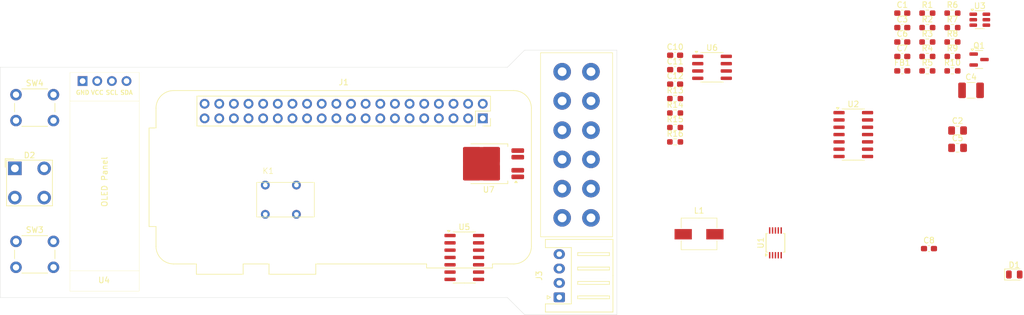
<source format=kicad_pcb>
(kicad_pcb (version 20240108) (generator "pcbnew") (generator_version "8.0")
  (layers (0 "F.Cu" signal) (31 "B.Cu" signal) (34 "B.Paste" user) (35 "F.Paste" user) (36 "B.SilkS" user "B.Silkscreen") (37 "F.SilkS" user "F.Silkscreen") (38 "B.Mask" user) (39 "F.Mask" user) (44 "Edge.Cuts" user))
  (net 0 "")
  (net 2 "Net-(J1-5V-Pad2)")
  (net 10 "Net-(J1-GND-Pad14)")
  (net 15 "Net-(J1-3V3-Pad1)")
  (net 38 "GND")
  (net 39 "+5V")
  (net 40 "+12V")
  (net 41 "Net-(U3-BST)")
  (net 42 "Net-(U3-SW)")
  (net 43 "GNDA")
  (net 44 "+5VA")
  (net 45 "Net-(D1-A)")
  (net 46 "Net-(D2-RK)")
  (net 47 "Net-(D2-GK)")
  (net 48 "Net-(D2-BK)")
  (net 49 "Net-(Q1-D)")
  (net 50 "+12L")
  (net 51 "Net-(Q1-G)")
  (net 52 "Net-(U2-BOUT)")
  (net 53 "Net-(U2-GOUT)")
  (net 54 "Net-(U2-ROUT)")
  (net 55 "Net-(U3-FB)")
  (net 56 "+3.3V")
  (net 57 "Net-(R7-Pad1)")
  (net 58 "Net-(R8-Pad1)")
  (net 59 "Net-(U1-SCL)")
  (net 60 "Net-(U1-SDA)")
  (net 61 "/ANA_MEAS_CURR")
  (net 62 "/ANA_MEAS_VOL")
  (net 73 "Net-(J3-Pin_3)")
  (net 74 "Net-(J3-Pin_4)")
  (net 75 "Net-(J3-Pin_2)")
  (net 80 "Net-(U6B-+)")
  (net 81 "Net-(U6A-+)")
  (net 82 "Net-(R13-Pad2)")
  (net 84 "Net-(J4-Pin_4)")
  (net 88 "Net-(U7-OUT-Pad1)")
  (footprint "Connector_JST:JST_XH_S4B-XH-A_1x04_P2.50mm_Horizontal" (layer "F.Cu") (at 176 89.96 90)
    (property "Reference" "J3" (at 3.75 -3.5 270) (layer "F.SilkS"))
    (property "Value" "Conn_01x04")
    (fp_line (start 10.06 -2.41) (end 8.64 -2.41) (stroke (width 0.12)) (layer "F.SilkS"))
    (fp_line (start 8.64 -2.41) (end 8.64 2.09) (stroke (width 0.12)) (layer "F.SilkS"))
    (fp_line (start -1.14 -2.41) (end -1.14 2.09) (stroke (width 0.12)) (layer "F.SilkS"))
    (fp_line (start -2.56 -2.41) (end -1.14 -2.41) (stroke (width 0.12)) (layer "F.SilkS"))
    (fp_line (start 0.3 -2.1) (end 0 -1.5) (stroke (width 0.12)) (layer "F.SilkS"))
    (fp_line (start -0.3 -2.1) (end 0.3 -2.1) (stroke (width 0.12)) (layer "F.SilkS"))
    (fp_line (start 0 -1.5) (end -0.3 -2.1) (stroke (width 0.12)) (layer "F.SilkS"))
    (fp_line (start 8.64 2.09) (end 3.75 2.09) (stroke (width 0.12)) (layer "F.SilkS"))
    (fp_line (start -1.14 2.09) (end 3.75 2.09) (stroke (width 0.12)) (layer "F.SilkS"))
    (fp_line (start 7.75 3.2) (end 7.25 3.2) (stroke (width 0.12)) (layer "F.SilkS"))
    (fp_line (start 7.25 3.2) (end 7.25 8.7) (stroke (width 0.12)) (layer "F.SilkS"))
    (fp_line (start 5.25 3.2) (end 4.75 3.2) (stroke (width 0.12)) (layer "F.SilkS"))
    (fp_line (start 4.75 3.2) (end 4.75 8.7) (stroke (width 0.12)) (layer "F.SilkS"))
    (fp_line (start 2.75 3.2) (end 2.25 3.2) (stroke (width 0.12)) (layer "F.SilkS"))
    (fp_line (start 2.25 3.2) (end 2.25 8.7) (stroke (width 0.12)) (layer "F.SilkS"))
    (fp_line (start 0.25 3.2) (end -0.25 3.2) (stroke (width 0.12)) (layer "F.SilkS"))
    (fp_line (start -0.25 3.2) (end -0.25 8.7) (stroke (width 0.12)) (layer "F.SilkS"))
    (fp_line (start 7.75 8.7) (end 7.75 3.2) (stroke (width 0.12)) (layer "F.SilkS"))
    (fp_line (start 7.25 8.7) (end 7.75 8.7) (stroke (width 0.12)) (layer "F.SilkS"))
    (fp_line (start 5.25 8.7) (end 5.25 3.2) (stroke (width 0.12)) (layer "F.SilkS"))
    (fp_line (start 4.75 8.7) (end 5.25 8.7) (stroke (width 0.12)) (layer "F.SilkS"))
    (fp_line (start 2.75 8.7) (end 2.75 3.2) (stroke (width 0.12)) (layer "F.SilkS"))
    (fp_line (start 2.25 8.7) (end 2.75 8.7) (stroke (width 0.12)) (layer "F.SilkS"))
    (fp_line (start 0.25 8.7) (end 0.25 3.2) (stroke (width 0.12)) (layer "F.SilkS"))
    (fp_line (start -0.25 8.7) (end 0.25 8.7) (stroke (width 0.12)) (layer "F.SilkS"))
    (fp_line (start 10.06 9.31) (end 10.06 -2.41) (stroke (width 0.12)) (layer "F.SilkS"))
    (fp_line (start 3.75 9.31) (end 10.06 9.31) (stroke (width 0.12)) (layer "F.SilkS"))
    (fp_line (start 3.75 9.31) (end -2.56 9.31) (stroke (width 0.12)) (layer "F.SilkS"))
    (fp_line (start -2.56 9.31) (end -2.56 -2.41) (stroke (width 0.12)) (layer "F.SilkS"))
    (pad "1" thru_hole roundrect (at 0 0 90) (size 1.7 1.95) (drill 0.95) (layers "*.Cu" "*.Mask") (roundrect_rratio 0.147059) (net 38 "GND"))
    (pad "2" thru_hole oval (at 2.5 0 90) (size 1.7 1.95) (drill 0.95) (layers "*.Cu" "*.Mask") (net 75 "Net-(J3-Pin_2)"))
    (pad "3" thru_hole oval (at 5 0 90) (size 1.7 1.95) (drill 0.95) (layers "*.Cu" "*.Mask") (net 73 "Net-(J3-Pin_3)"))
    (pad "4" thru_hole oval (at 7.5 0 90) (size 1.7 1.95) (drill 0.95) (layers "*.Cu" "*.Mask") (net 74 "Net-(J3-Pin_4)"))
  )
  (footprint "Resistor_SMD:R_0603_1608Metric_Pad0.98x0.95mm_HandSolder" (layer "F.Cu") (at 196.1 60.45)
    (property "Reference" "R15" (at 0 -1.43 0) (layer "F.SilkS"))
    (property "Value" "82k")
    (fp_line (start -0.254724 -0.5225) (end 0.254724 -0.5225) (stroke (width 0.12)) (layer "F.SilkS"))
    (fp_line (start -0.254724 0.5225) (end 0.254724 0.5225) (stroke (width 0.12)) (layer "F.SilkS"))
    (pad "1" smd roundrect (at -0.9125 0) (size 0.975 0.95) (layers "F.Cu" "F.Paste" "F.Mask") (net 50 "+12L"))
    (pad "2" smd roundrect (at 0.9125 0) (size 0.975 0.95) (layers "F.Cu" "F.Paste" "F.Mask") (net 82 "Net-(R13-Pad2)"))
  )
  (footprint "LED_SMD:LED_0805_2012Metric" (layer "F.Cu") (at 254.9375 86)
    (property "Reference" "D1" (at 0 -1.65 0) (layer "F.SilkS"))
    (property "Value" "LED")
    (fp_line (start -1.685 -0.96) (end -1.685 0.96) (stroke (width 0.12)) (layer "F.SilkS"))
    (fp_line (start -1.685 0.96) (end 1 0.96) (stroke (width 0.12)) (layer "F.SilkS"))
    (fp_line (start 1 -0.96) (end -1.685 -0.96) (stroke (width 0.12)) (layer "F.SilkS"))
    (pad "1" smd roundrect (at -0.9375 0) (size 0.975 1.4) (layers "F.Cu" "F.Paste" "F.Mask") (net 38 "GND"))
    (pad "2" smd roundrect (at 0.9375 0) (size 0.975 1.4) (layers "F.Cu" "F.Paste" "F.Mask") (net 45 "Net-(D1-A)"))
  )
  (footprint "Resistor_SMD:R_0603_1608Metric_Pad0.98x0.95mm_HandSolder" (layer "F.Cu") (at 196.1 55.43)
    (property "Reference" "R13" (at 0 -1.43 0) (layer "F.SilkS"))
    (property "Value" "1k5")
    (fp_line (start -0.254724 -0.5225) (end 0.254724 -0.5225) (stroke (width 0.12)) (layer "F.SilkS"))
    (fp_line (start -0.254724 0.5225) (end 0.254724 0.5225) (stroke (width 0.12)) (layer "F.SilkS"))
    (pad "1" smd roundrect (at -0.9125 0) (size 0.975 0.95) (layers "F.Cu" "F.Paste" "F.Mask") (net 80 "Net-(U6B-+)"))
    (pad "2" smd roundrect (at 0.9125 0) (size 0.975 0.95) (layers "F.Cu" "F.Paste" "F.Mask") (net 82 "Net-(R13-Pad2)"))
  )
  (footprint "Package_SO:TSSOP-10_3x3mm_P0.5mm" (layer "F.Cu") (at 213.5 80.5 90)
    (property "Reference" "U1" (at 0 -2.55 90) (layer "F.SilkS"))
    (property "Value" "ADS1015IDGS")
    (fp_line (start 1.625 -1.625) (end 1.625 -1.4) (stroke (width 0.15)) (layer "F.SilkS"))
    (fp_line (start -1.625 -1.625) (end 1.625 -1.625) (stroke (width 0.15)) (layer "F.SilkS"))
    (fp_line (start -1.625 -1.625) (end -1.625 -1.4) (stroke (width 0.15)) (layer "F.SilkS"))
    (fp_line (start 1.625 1.625) (end 1.625 1.4) (stroke (width 0.15)) (layer "F.SilkS"))
    (fp_line (start -1.625 1.625) (end -1.625 1.4) (stroke (width 0.15)) (layer "F.SilkS"))
    (fp_line (start -1.625 1.625) (end 1.625 1.625) (stroke (width 0.15)) (layer "F.SilkS"))
    (fp_poly (pts (xy -2.1 -1.4) (xy -2.34 -1.73) (xy -1.86 -1.73) (xy -2.1 -1.4)) (stroke (width 0.12)) (fill solid) (layer "F.SilkS"))
    (pad "1" smd rect (at -2.15 -1 90) (size 1.1 0.25) (layers "F.Cu" "F.Paste" "F.Mask") (net 43 "GNDA"))
    (pad "2" smd rect (at -2.15 -0.5 90) (size 1.1 0.25) (layers "F.Cu" "F.Paste" "F.Mask"))
    (pad "3" smd rect (at -2.15 0 90) (size 1.1 0.25) (layers "F.Cu" "F.Paste" "F.Mask") (net 43 "GNDA"))
    (pad "4" smd rect (at -2.15 0.5 90) (size 1.1 0.25) (layers "F.Cu" "F.Paste" "F.Mask") (net 61 "/ANA_MEAS_CURR"))
    (pad "5" smd rect (at -2.15 1 90) (size 1.1 0.25) (layers "F.Cu" "F.Paste" "F.Mask") (net 62 "/ANA_MEAS_VOL"))
    (pad "6" smd rect (at 2.15 1 90) (size 1.1 0.25) (layers "F.Cu" "F.Paste" "F.Mask"))
    (pad "7" smd rect (at 2.15 0.5 90) (size 1.1 0.25) (layers "F.Cu" "F.Paste" "F.Mask"))
    (pad "8" smd rect (at 2.15 0 90) (size 1.1 0.25) (layers "F.Cu" "F.Paste" "F.Mask") (net 44 "+5VA"))
    (pad "9" smd rect (at 2.15 -0.5 90) (size 1.1 0.25) (layers "F.Cu" "F.Paste" "F.Mask") (net 60 "Net-(U1-SDA)"))
    (pad "10" smd rect (at 2.15 -1 90) (size 1.1 0.25) (layers "F.Cu" "F.Paste" "F.Mask") (net 59 "Net-(U1-SCL)"))
  )
  (footprint "Package_TO_SOT_SMD:TSOT-23-6" (layer "F.Cu") (at 248.9575 41.725)
    (property "Reference" "U3" (at 0 -2.4 0) (layer "F.SilkS"))
    (property "Value" "AP62150WU")
    (fp_line (start 0 -1.56) (end -0.8 -1.56) (stroke (width 0.12)) (layer "F.SilkS"))
    (fp_line (start 0 -1.56) (end 0.8 -1.56) (stroke (width 0.12)) (layer "F.SilkS"))
    (fp_line (start 0 1.56) (end -0.8 1.56) (stroke (width 0.12)) (layer "F.SilkS"))
    (fp_line (start 0 1.56) (end 0.8 1.56) (stroke (width 0.12)) (layer "F.SilkS"))
    (fp_poly (pts (xy -1.3 -1.51) (xy -1.54 -1.84) (xy -1.06 -1.84) (xy -1.3 -1.51)) (stroke (width 0.12)) (fill solid) (layer "F.SilkS"))
    (pad "1" smd roundrect (at -1.1375 -0.95) (size 1.325 0.6) (layers "F.Cu" "F.Paste" "F.Mask") (net 38 "GND"))
    (pad "2" smd roundrect (at -1.1375 0) (size 1.325 0.6) (layers "F.Cu" "F.Paste" "F.Mask") (net 42 "Net-(U3-SW)"))
    (pad "3" smd roundrect (at -1.1375 0.95) (size 1.325 0.6) (layers "F.Cu" "F.Paste" "F.Mask") (net 40 "+12V"))
    (pad "4" smd roundrect (at 1.1375 0.95) (size 1.325 0.6) (layers "F.Cu" "F.Paste" "F.Mask") (net 55 "Net-(U3-FB)"))
    (pad "5" smd roundrect (at 1.1375 0) (size 1.325 0.6) (layers "F.Cu" "F.Paste" "F.Mask"))
    (pad "6" smd roundrect (at 1.1375 -0.95) (size 1.325 0.6) (layers "F.Cu" "F.Paste" "F.Mask") (net 41 "Net-(U3-BST)"))
  )
  (footprint "Capacitor_SMD:C_0603_1608Metric_Pad1.08x0.95mm_HandSolder" (layer "F.Cu") (at 196.1 52.92)
    (property "Reference" "C12" (at 0 -1.43 0) (layer "F.SilkS"))
    (property "Value" "100nF")
    (fp_line (start -0.146267 -0.51) (end 0.146267 -0.51) (stroke (width 0.12)) (layer "F.SilkS"))
    (fp_line (start -0.146267 0.51) (end 0.146267 0.51) (stroke (width 0.12)) (layer "F.SilkS"))
    (pad "1" smd roundrect (at -0.8625 0) (size 1.075 0.95) (layers "F.Cu" "F.Paste" "F.Mask") (net 43 "GNDA"))
    (pad "2" smd roundrect (at 0.8625 0) (size 1.075 0.95) (layers "F.Cu" "F.Paste" "F.Mask") (net 44 "+5VA"))
  )
  (footprint "Capacitor_SMD:C_0603_1608Metric_Pad1.08x0.95mm_HandSolder" (layer "F.Cu") (at 235.5075 40.58)
    (property "Reference" "C1" (at 0 -1.43 0) (layer "F.SilkS"))
    (property "Value" "100nF")
    (fp_line (start -0.146267 -0.51) (end 0.146267 -0.51) (stroke (width 0.12)) (layer "F.SilkS"))
    (fp_line (start -0.146267 0.51) (end 0.146267 0.51) (stroke (width 0.12)) (layer "F.SilkS"))
    (pad "1" smd roundrect (at -0.8625 0) (size 1.075 0.95) (layers "F.Cu" "F.Paste" "F.Mask") (net 38 "GND"))
    (pad "2" smd roundrect (at 0.8625 0) (size 1.075 0.95) (layers "F.Cu" "F.Paste" "F.Mask") (net 39 "+5V"))
  )
  (footprint "Capacitor_SMD:C_0603_1608Metric_Pad1.08x0.95mm_HandSolder" (layer "F.Cu") (at 196.1 47.9)
    (property "Reference" "C10" (at 0 -1.43 0) (layer "F.SilkS"))
    (property "Value" "100nF")
    (fp_line (start -0.146267 -0.51) (end 0.146267 -0.51) (stroke (width 0.12)) (layer "F.SilkS"))
    (fp_line (start -0.146267 0.51) (end 0.146267 0.51) (stroke (width 0.12)) (layer "F.SilkS"))
    (pad "1" smd roundrect (at -0.8625 0) (size 1.075 0.95) (layers "F.Cu" "F.Paste" "F.Mask") (net 43 "GNDA"))
    (pad "2" smd roundrect (at 0.8625 0) (size 1.075 0.95) (layers "F.Cu" "F.Paste" "F.Mask") (net 80 "Net-(U6B-+)"))
  )
  (footprint "Package_TO_SOT_SMD:SOT-23" (layer "F.Cu") (at 248.8275 48.645)
    (property "Reference" "Q1" (at 0 -2.4 0) (layer "F.SilkS"))
    (property "Value" "DMN61D8LQ")
    (fp_line (start 0 -1.56) (end -0.65 -1.56) (stroke (width 0.12)) (layer "F.SilkS"))
    (fp_line (start 0 -1.56) (end 0.65 -1.56) (stroke (width 0.12)) (layer "F.SilkS"))
    (fp_line (start 0 1.56) (end -0.65 1.56) (stroke (width 0.12)) (layer "F.SilkS"))
    (fp_line (start 0 1.56) (end 0.65 1.56) (stroke (width 0.12)) (layer "F.SilkS"))
    (fp_poly (pts (xy -1.1625 -1.51) (xy -1.4025 -1.84) (xy -0.9225 -1.84) (xy -1.1625 -1.51)) (stroke (width 0.12)) (fill solid) (layer "F.SilkS"))
    (pad "1" smd roundrect (at -0.9375 -0.95) (size 1.475 0.6) (layers "F.Cu" "F.Paste" "F.Mask") (net 51 "Net-(Q1-G)"))
    (pad "2" smd roundrect (at -0.9375 0.95) (size 1.475 0.6) (layers "F.Cu" "F.Paste" "F.Mask") (net 38 "GND"))
    (pad "3" smd roundrect (at 0.9375 0) (size 1.475 0.6) (layers "F.Cu" "F.Paste" "F.Mask") (net 49 "Net-(Q1-D)"))
  )
  (footprint "athanniss-terminal:Terminal_Block_SERIES 4115_5.08_Spring_6POS" (layer "F.Cu") (at 179 63.46 180)
    (property "Reference" "J2" (hide yes))
    (property "Value" "Screw_Terminal_01x06")
    (fp_rect (start -6.25 -15.99) (end 6.25 15.99) (stroke (width 0.1)) (fill none) (layer "F.SilkS"))
    (pad "1" thru_hole circle (at -2.5 12.7 180) (size 3.048 3.048) (drill 1.524) (layers "*.Cu" "*.Mask"))
    (pad "1" thru_hole circle (at 2.5 12.7 180) (size 3.048 3.048) (drill 1.524) (layers "*.Cu" "*.Mask"))
    (pad "2" thru_hole circle (at -2.5 7.62 180) (size 3.048 3.048) (drill 1.524) (layers "*.Cu" "*.Mask"))
    (pad "2" thru_hole circle (at 2.5 7.62 180) (size 3.048 3.048) (drill 1.524) (layers "*.Cu" "*.Mask"))
    (pad "3" thru_hole circle (at -2.5 2.54 180) (size 3.048 3.048) (drill 1.524) (layers "*.Cu" "*.Mask"))
    (pad "3" thru_hole circle (at 2.5 2.54 180) (size 3.048 3.048) (drill 1.524) (layers "*.Cu" "*.Mask"))
    (pad "4" thru_hole circle (at -2.5 -2.54 180) (size 3.048 3.048) (drill 1.524) (layers "*.Cu" "*.Mask"))
    (pad "4" thru_hole circle (at 2.5 -2.54 180) (size 3.048 3.048) (drill 1.524) (layers "*.Cu" "*.Mask"))
    (pad "5" thru_hole circle (at -2.5 -7.62 180) (size 3.048 3.048) (drill 1.524) (layers "*.Cu" "*.Mask"))
    (pad "5" thru_hole circle (at 2.5 -7.62 180) (size 3.048 3.048) (drill 1.524) (layers "*.Cu" "*.Mask"))
    (pad "6" thru_hole circle (at -2.5 -12.7 180) (size 3.048 3.048) (drill 1.524) (layers "*.Cu" "*.Mask"))
    (pad "6" thru_hole circle (at 2.5 -12.7 180) (size 3.048 3.048) (drill 1.524) (layers "*.Cu" "*.Mask"))
  )
  (footprint "Resistor_SMD:R_0603_1608Metric_Pad0.98x0.95mm_HandSolder" (layer "F.Cu") (at 244.2075 50.62)
    (property "Reference" "R10" (at 0 -1.43 0) (layer "F.SilkS"))
    (property "Value" "4k7")
    (fp_line (start -0.254724 -0.5225) (end 0.254724 -0.5225) (stroke (width 0.12)) (layer "F.SilkS"))
    (fp_line (start -0.254724 0.5225) (end 0.254724 0.5225) (stroke (width 0.12)) (layer "F.SilkS"))
    (pad "1" smd roundrect (at -0.9125 0) (size 0.975 0.95) (layers "F.Cu" "F.Paste" "F.Mask") (net 56 "+3.3V"))
    (pad "2" smd roundrect (at 0.9125 0) (size 0.975 0.95) (layers "F.Cu" "F.Paste" "F.Mask") (net 60 "Net-(U1-SDA)"))
  )
  (footprint "Resistor_SMD:R_0603_1608Metric_Pad0.98x0.95mm_HandSolder" (layer "F.Cu") (at 196.1 62.96)
    (property "Reference" "R16" (at 0 -1.43 0) (layer "F.SilkS"))
    (property "Value" "33k")
    (fp_line (start -0.254724 -0.5225) (end 0.254724 -0.5225) (stroke (width 0.12)) (layer "F.SilkS"))
    (fp_line (start -0.254724 0.5225) (end 0.254724 0.5225) (stroke (width 0.12)) (layer "F.SilkS"))
    (pad "1" smd roundrect (at -0.9125 0) (size 0.975 0.95) (layers "F.Cu" "F.Paste" "F.Mask") (net 82 "Net-(R13-Pad2)"))
    (pad "2" smd roundrect (at 0.9125 0) (size 0.975 0.95) (layers "F.Cu" "F.Paste" "F.Mask") (net 84 "Net-(J4-Pin_4)"))
  )
  (footprint "Resistor_SMD:R_0603_1608Metric_Pad0.98x0.95mm_HandSolder" (layer "F.Cu") (at 244.2075 40.58)
    (property "Reference" "R6" (at 0 -1.43 0) (layer "F.SilkS"))
    (property "Value" "220R")
    (fp_line (start -0.254724 -0.5225) (end 0.254724 -0.5225) (stroke (width 0.12)) (layer "F.SilkS"))
    (fp_line (start -0.254724 0.5225) (end 0.254724 0.5225) (stroke (width 0.12)) (layer "F.SilkS"))
    (pad "1" smd roundrect (at -0.9125 0) (size 0.975 0.95) (layers "F.Cu" "F.Paste" "F.Mask") (net 45 "Net-(D1-A)"))
    (pad "2" smd roundrect (at 0.9125 0) (size 0.975 0.95) (layers "F.Cu" "F.Paste" "F.Mask") (net 51 "Net-(Q1-G)"))
  )
  (footprint "Package_SO:SO-14_3.9x8.65mm_P1.27mm" (layer "F.Cu") (at 227.0075 61.685)
    (property "Reference" "U2" (at 0 -5.28 0) (layer "F.SilkS"))
    (property "Value" "WS2801SO")
    (fp_line (start 0 -4.435) (end -1.95 -4.435) (stroke (width 0.12)) (layer "F.SilkS"))
    (fp_line (start 0 -4.435) (end 1.95 -4.435) (stroke (width 0.12)) (layer "F.SilkS"))
    (fp_line (start 0 4.435) (end -1.95 4.435) (stroke (width 0.12)) (layer "F.SilkS"))
    (fp_line (start 0 4.435) (end 1.95 4.435) (stroke (width 0.12)) (layer "F.SilkS"))
    (fp_poly (pts (xy -2.7 -4.37) (xy -2.94 -4.7) (xy -2.46 -4.7) (xy -2.7 -4.37)) (stroke (width 0.12)) (fill solid) (layer "F.SilkS"))
    (pad "1" smd roundrect (at -2.475 -3.81) (size 1.95 0.6) (layers "F.Cu" "F.Paste" "F.Mask"))
    (pad "2" smd roundrect (at -2.475 -2.54) (size 1.95 0.6) (layers "F.Cu" "F.Paste" "F.Mask"))
    (pad "3" smd roundrect (at -2.475 -1.27) (size 1.95 0.6) (layers "F.Cu" "F.Paste" "F.Mask"))
    (pad "4" smd roundrect (at -2.475 0) (size 1.95 0.6) (layers "F.Cu" "F.Paste" "F.Mask") (net 38 "GND"))
    (pad "5" smd roundrect (at -2.475 1.27) (size 1.95 0.6) (layers "F.Cu" "F.Paste" "F.Mask") (net 38 "GND"))
    (pad "6" smd roundrect (at -2.475 2.54) (size 1.95 0.6) (layers "F.Cu" "F.Paste" "F.Mask") (net 38 "GND"))
    (pad "7" smd roundrect (at -2.475 3.81) (size 1.95 0.6) (layers "F.Cu" "F.Paste" "F.Mask") (net 38 "GND"))
    (pad "8" smd roundrect (at 2.475 3.81) (size 1.95 0.6) (layers "F.Cu" "F.Paste" "F.Mask") (net 52 "Net-(U2-BOUT)"))
    (pad "9" smd roundrect (at 2.475 2.54) (size 1.95 0.6) (layers "F.Cu" "F.Paste" "F.Mask") (net 53 "Net-(U2-GOUT)"))
    (pad "10" smd roundrect (at 2.475 1.27) (size 1.95 0.6) (layers "F.Cu" "F.Paste" "F.Mask") (net 54 "Net-(U2-ROUT)"))
    (pad "11" smd roundrect (at 2.475 0) (size 1.95 0.6) (layers "F.Cu" "F.Paste" "F.Mask"))
    (pad "12" smd roundrect (at 2.475 -1.27) (size 1.95 0.6) (layers "F.Cu" "F.Paste" "F.Mask"))
    (pad "13" smd roundrect (at 2.475 -2.54) (size 1.95 0.6) (layers "F.Cu" "F.Paste" "F.Mask"))
    (pad "14" smd roundrect (at 2.475 -3.81) (size 1.95 0.6) (layers "F.Cu" "F.Paste" "F.Mask") (net 39 "+5V"))
  )
  (footprint "Inductor_SMD:L_0603_1608Metric_Pad1.05x0.95mm_HandSolder" (layer "F.Cu") (at 235.5075 50.62)
    (property "Reference" "FB1" (at 0 -1.43 0) (layer "F.SilkS"))
    (property "Value" "MMZ1608B121CTAH0")
    (fp_line (start -0.171267 -0.51) (end 0.171267 -0.51) (stroke (width 0.12)) (layer "F.SilkS"))
    (fp_line (start -0.171267 0.51) (end 0.171267 0.51) (stroke (width 0.12)) (layer "F.SilkS"))
    (pad "1" smd roundrect (at -0.875 0) (size 1.05 0.95) (layers "F.Cu" "F.Paste" "F.Mask") (net 39 "+5V"))
    (pad "2" smd roundrect (at 0.875 0) (size 1.05 0.95) (layers "F.Cu" "F.Paste" "F.Mask") (net 44 "+5VA"))
  )
  (footprint "Resistor_SMD:R_0603_1608Metric_Pad0.98x0.95mm_HandSolder" (layer "F.Cu") (at 244.2075 43.09)
    (property "Reference" "R7" (at 0 -1.43 0) (layer "F.SilkS"))
    (property "Value" "10k")
    (fp_line (start -0.254724 -0.5225) (end 0.254724 -0.5225) (stroke (width 0.12)) (layer "F.SilkS"))
    (fp_line (start -0.254724 0.5225) (end 0.254724 0.5225) (stroke (width 0.12)) (layer "F.SilkS"))
    (pad "1" smd roundrect (at -0.9125 0) (size 0.975 0.95) (layers "F.Cu" "F.Paste" "F.Mask") (net 57 "Net-(R7-Pad1)"))
    (pad "2" smd roundrect (at 0.9125 0) (size 0.975 0.95) (layers "F.Cu" "F.Paste" "F.Mask") (net 56 "+3.3V"))
  )
  (footprint "athanniss-lcd:SSD1306-0.91-OLED-4pin-128x32" (layer "F.Cu") (at 91.115 88.885 90)
    (property "Reference" "U4" (at 1.9 5.91 360) (layer "F.SilkS"))
    (property "Value" "~")
    (fp_line (start 38 0) (end 0 0) (stroke (width 0.04)) (layer "F.SilkS"))
    (fp_line (start 33 0) (end 33 12) (stroke (width 0.04)) (layer "F.SilkS"))
    (fp_line (start 3.5 0) (end 3.5 12) (stroke (width 0.04)) (layer "F.SilkS"))
    (fp_line (start 0 0) (end 0 12) (stroke (width 0.04)) (layer "F.SilkS"))
    (fp_line (start 38 12) (end 38 0) (stroke (width 0.04)) (layer "F.SilkS"))
    (fp_line (start 0 12) (end 38 12) (stroke (width 0.04)) (layer "F.SilkS"))
    (fp_text user "VCC" (at 34.5 4.73 0) (layer "F.SilkS") (effects (font (size 0.75 0.75))))
    (fp_text user "GND" (at 34.5 2.19 0) (layer "F.SilkS") (effects (font (size 0.75 0.75))))
    (fp_text user "SCL" (at 34.5 7.27 0) (layer "F.SilkS") (effects (font (size 0.75 0.75))))
    (fp_text user "OLED Panel" (at 19 6 270) (layer "F.SilkS"))
    (fp_text user "SDA" (at 34.5 9.81 0) (layer "F.SilkS") (effects (font (size 0.75 0.75))))
    (pad "1" thru_hole rect (at 36.5 2.19 90) (size 1.7 1.7) (drill 1) (layers "*.Cu" "*.Mask") (net 38 "GND"))
    (pad "2" thru_hole oval (at 36.5 4.73 90) (size 1.7 1.7) (drill 1) (layers "*.Cu" "*.Mask") (net 56 "+3.3V"))
    (pad "3" thru_hole oval (at 36.5 7.27 90) (size 1.7 1.7) (drill 1) (layers "*.Cu" "*.Mask") (net 59 "Net-(U1-SCL)"))
    (pad "4" thru_hole oval (at 36.5 9.81 90) (size 1.7 1.7) (drill 1) (layers "*.Cu" "*.Mask") (net 60 "Net-(U1-SDA)"))
  )
  (footprint "Package_TO_SOT_SMD:TO-252-4" (layer "F.Cu") (at 163.76 66.75 180)
    (property "Reference" "U7" (at 0 -4.5 180) (layer "F.SilkS"))
    (property "Value" "BTS6143D")
    (fp_line (start 3.11 3.45) (end -3.31 3.45) (stroke (width 0.12)) (layer "F.SilkS"))
    (fp_line (start 3.11 -3.45) (end -3.31 -3.45) (stroke (width 0.12)) (layer "F.SilkS"))
    (fp_line (start -3.31 3.45) (end -3.31 2.98) (stroke (width 0.12)) (layer "F.SilkS"))
    (fp_line (start -3.31 -3.45) (end -3.31 -2.98) (stroke (width 0.12)) (layer "F.SilkS"))
    (fp_poly (pts (xy -4.73 -2.96) (xy -4.97 -3.29) (xy -4.49 -3.29) (xy -4.73 -2.96)) (stroke (width 0.12)) (fill solid) (layer "F.SilkS"))
    (pad "1" smd roundrect (at -5.04 -2.28 180) (size 2.2 0.8) (layers "F.Cu" "F.Paste" "F.Mask") (net 88 "Net-(U7-OUT-Pad1)"))
    (pad "2" smd roundrect (at -5.04 -1.14 180) (size 2.2 0.8) (layers "F.Cu" "F.Paste" "F.Mask"))
    (pad "3" smd roundrect (at -0.415 -1.525 180) (size 3.05 2.75) (layers "F.Cu" "F.Paste") (roundrect_rratio 0.090909))
    (pad "3" smd roundrect (at -0.415 1.525 180) (size 3.05 2.75) (layers "F.Cu" "F.Paste") (roundrect_rratio 0.090909))
    (pad "3" smd roundrect (at 1.26 0 180) (size 6.4 5.8) (layers "F.Cu" "F.Mask") (roundrect_rratio 0.043103))
    (pad "3" smd roundrect (at 2.935 -1.525 180) (size 3.05 2.75) (layers "F.Cu" "F.Paste") (roundrect_rratio 0.090909))
    (pad "3" smd roundrect (at 2.935 1.525 180) (size 3.05 2.75) (layers "F.Cu" "F.Paste") (roundrect_rratio 0.090909))
    (pad "4" smd roundrect (at -5.04 1.14 180) (size 2.2 0.8) (layers "F.Cu" "F.Paste" "F.Mask"))
    (pad "5" smd roundrect (at -5.04 2.28 180) (size 2.2 0.8) (layers "F.Cu" "F.Paste" "F.Mask") (net 88 "Net-(U7-OUT-Pad1)"))
  )
  (footprint "Resistor_SMD:R_0603_1608Metric_Pad0.98x0.95mm_HandSolder" (layer "F.Cu") (at 196.1 57.94)
    (property "Reference" "R14" (at 0 -1.43 0) (layer "F.SilkS"))
    (property "Value" "1k5")
    (fp_line (start -0.254724 -0.5225) (end 0.254724 -0.5225) (stroke (width 0.12)) (layer "F.SilkS"))
    (fp_line (start -0.254724 0.5225) (end 0.254724 0.5225) (stroke (width 0.12)) (layer "F.SilkS"))
    (pad "1" smd roundrect (at -0.9125 0) (size 0.975 0.95) (layers "F.Cu" "F.Paste" "F.Mask") (net 81 "Net-(U6A-+)"))
    (pad "2" smd roundrect (at 0.9125 0) (size 0.975 0.95) (layers "F.Cu" "F.Paste" "F.Mask"))
  )
  (footprint "Button_Switch_THT:SW_PUSH_6mm_H8mm" (layer "F.Cu") (at 81.75 80.25)
    (property "Reference" "SW3" (at 3.25 -2 0) (layer "F.SilkS"))
    (property "Value" "SW_Push")
    (fp_line (start -0.25 1.5) (end -0.25 3) (stroke (width 0.12)) (layer "F.SilkS"))
    (fp_line (start 1 5.5) (end 5.5 5.5) (stroke (width 0.12)) (layer "F.SilkS"))
    (fp_line (start 5.5 -1) (end 1 -1) (stroke (width 0.12)) (layer "F.SilkS"))
    (fp_line (start 6.75 3) (end 6.75 1.5) (stroke (width 0.12)) (layer "F.SilkS"))
    (pad "1" thru_hole circle (at 0 0 90) (size 2 2) (drill 1.1) (layers "*.Cu" "*.Mask") (net 57 "Net-(R7-Pad1)"))
    (pad "1" thru_hole circle (at 6.5 0 90) (size 2 2) (drill 1.1) (layers "*.Cu" "*.Mask") (net 57 "Net-(R7-Pad1)"))
    (pad "2" thru_hole circle (at 0 4.5 90) (size 2 2) (drill 1.1) (layers "*.Cu" "*.Mask") (net 38 "GND"))
    (pad "2" thru_hole circle (at 6.5 4.5 90) (size 2 2) (drill 1.1) (layers "*.Cu" "*.Mask") (net 38 "GND"))
  )
  (footprint "Resistor_SMD:R_0603_1608Metric_Pad0.98x0.95mm_HandSolder" (layer "F.Cu") (at 239.8575 43.09)
    (property "Reference" "R2" (at 0 -1.43 0) (layer "F.SilkS"))
    (property "Value" "120R")
    (fp_line (start -0.254724 -0.5225) (end 0.254724 -0.5225) (stroke (width 0.12)) (layer "F.SilkS"))
    (fp_line (start -0.254724 0.5225) (end 0.254724 0.5225) (stroke (width 0.12)) (layer "F.SilkS"))
    (pad "1" smd roundrect (at -0.9125 0) (size 0.975 0.95) (layers "F.Cu" "F.Paste" "F.Mask") (net 53 "Net-(U2-GOUT)"))
    (pad "2" smd roundrect (at 0.9125 0) (size 0.975 0.95) (layers "F.Cu" "F.Paste" "F.Mask") (net 47 "Net-(D2-GK)"))
  )
  (footprint "Capacitor_SMD:C_1210_3225Metric_Pad1.33x2.70mm_HandSolder" (layer "F.Cu") (at 247.4375 54)
    (property "Reference" "C4" (at 0 -2.3 0) (layer "F.SilkS"))
    (property "Value" "22uF")
    (fp_line (start -0.711252 -1.36) (end 0.711252 -1.36) (stroke (width 0.12)) (layer "F.SilkS"))
    (fp_line (start -0.711252 1.36) (end 0.711252 1.36) (stroke (width 0.12)) (layer "F.SilkS"))
    (pad "1" smd roundrect (at -1.5625 0) (size 1.325 2.7) (layers "F.Cu" "F.Paste" "F.Mask") (roundrect_rratio 0.188679) (net 38 "GND"))
    (pad "2" smd roundrect (at 1.5625 0) (size 1.325 2.7) (layers "F.Cu" "F.Paste" "F.Mask") (roundrect_rratio 0.188679) (net 39 "+5V"))
  )
  (footprint "Capacitor_SMD:C_0805_2012Metric_Pad1.18x1.45mm_HandSolder" (layer "F.Cu") (at 245.0975 63.99)
    (property "Reference" "C5" (at 0 -1.68 0) (layer "F.SilkS"))
    (property "Value" "10uF")
    (fp_line (start -0.261252 -0.735) (end 0.261252 -0.735) (stroke (width 0.12)) (layer "F.SilkS"))
    (fp_line (start -0.261252 0.735) (end 0.261252 0.735) (stroke (width 0.12)) (layer "F.SilkS"))
    (pad "1" smd roundrect (at -1.0375 0) (size 1.175 1.45) (layers "F.Cu" "F.Paste" "F.Mask") (roundrect_rratio 0.212766) (net 38 "GND"))
    (pad "2" smd roundrect (at 1.0375 0) (size 1.175 1.45) (layers "F.Cu" "F.Paste" "F.Mask") (roundrect_rratio 0.212766) (net 39 "+5V"))
  )
  (footprint "Capacitor_SMD:C_0603_1608Metric_Pad1.08x0.95mm_HandSolder" (layer "F.Cu") (at 235.5075 45.6)
    (property "Reference" "C6" (at 0 -1.43 0) (layer "F.SilkS"))
    (property "Value" "100nF")
    (fp_line (start -0.146267 -0.51) (end 0.146267 -0.51) (stroke (width 0.12)) (layer "F.SilkS"))
    (fp_line (start -0.146267 0.51) (end 0.146267 0.51) (stroke (width 0.12)) (layer "F.SilkS"))
    (pad "1" smd roundrect (at -0.8625 0) (size 1.075 0.95) (layers "F.Cu" "F.Paste" "F.Mask") (net 43 "GNDA"))
    (pad "2" smd roundrect (at 0.8625 0) (size 1.075 0.95) (layers "F.Cu" "F.Paste" "F.Mask") (net 44 "+5VA"))
  )
  (footprint "Button_Switch_THT:SW_PUSH_6mm_H8mm" (layer "F.Cu") (at 81.75 54.75)
    (property "Reference" "SW4" (at 3.25 -2 0) (layer "F.SilkS"))
    (property "Value" "SW_Push")
    (fp_line (start -0.25 1.5) (end -0.25 3) (stroke (width 0.12)) (layer "F.SilkS"))
    (fp_line (start 1 5.5) (end 5.5 5.5) (stroke (width 0.12)) (layer "F.SilkS"))
    (fp_line (start 5.5 -1) (end 1 -1) (stroke (width 0.12)) (layer "F.SilkS"))
    (fp_line (start 6.75 3) (end 6.75 1.5) (stroke (width 0.12)) (layer "F.SilkS"))
    (pad "1" thru_hole circle (at 0 0 90) (size 2 2) (drill 1.1) (layers "*.Cu" "*.Mask") (net 58 "Net-(R8-Pad1)"))
    (pad "1" thru_hole circle (at 6.5 0 90) (size 2 2) (drill 1.1) (layers "*.Cu" "*.Mask") (net 58 "Net-(R8-Pad1)"))
    (pad "2" thru_hole circle (at 0 4.5 90) (size 2 2) (drill 1.1) (layers "*.Cu" "*.Mask") (net 38 "GND"))
    (pad "2" thru_hole circle (at 6.5 4.5 90) (size 2 2) (drill 1.1) (layers "*.Cu" "*.Mask") (net 38 "GND"))
  )
  (footprint "Resistor_SMD:R_0603_1608Metric_Pad0.98x0.95mm_HandSolder" (layer "F.Cu") (at 239.8575 48.11)
    (property "Reference" "R4" (at 0 -1.43 0) (layer "F.SilkS"))
    (property "Value" "52.3k")
    (fp_line (start -0.254724 -0.5225) (end 0.254724 -0.5225) (stroke (width 0.12)) (layer "F.SilkS"))
    (fp_line (start -0.254724 0.5225) (end 0.254724 0.5225) (stroke (width 0.12)) (layer "F.SilkS"))
    (pad "1" smd roundrect (at -0.9125 0) (size 0.975 0.95) (layers "F.Cu" "F.Paste" "F.Mask") (net 39 "+5V"))
    (pad "2" smd roundrect (at 0.9125 0) (size 0.975 0.95) (layers "F.Cu" "F.Paste" "F.Mask") (net 55 "Net-(U3-FB)"))
  )
  (footprint "athaniss-device:Raspberry_Pi_Zero_Socketed_THT_FaceDown_MountingHoles_DupontStandoff_Model" (layer "F.Cu") (at 162.73 58.87 -90)
    (property "Reference" "J1" (at -6.27 24.13 180) (layer "F.SilkS"))
    (property "Value" "Raspberry_Pi_2_3")
    (fp_line (start 1.67 57.89) (end 18.79 57.89) (stroke (width 0.12)) (layer "F.SilkS"))
    (fp_line (start 18.79 57.89) (end 18.79 56.69) (stroke (width 0.12)) (layer "F.SilkS"))
    (fp_line (start 1.67 56.69) (end 1.67 57.89) (stroke (width 0.12)) (layer "F.SilkS"))
    (fp_line (start 1.67 56.69) (end -1.77 56.69) (stroke (width 0.12)) (layer "F.SilkS"))
    (fp_line (start 18.79 56.69) (end 22.23 56.69) (stroke (width 0.12)) (layer "F.SilkS"))
    (fp_line (start -4.83 53.63) (end -4.83 -5.37) (stroke (width 0.12)) (layer "F.SilkS"))
    (fp_line (start 25.29 53.63) (end 25.29 49.69) (stroke (width 0.12)) (layer "F.SilkS"))
    (fp_line (start 25.29 49.69) (end 27.09 49.69) (stroke (width 0.12)) (layer "F.SilkS"))
    (fp_line (start 27.09 49.69) (end 27.09 41.57) (stroke (width 0.12)) (layer "F.SilkS"))
    (fp_line (start -3.87 49.59) (end 1.33 49.59) (stroke (width 0.12)) (layer "F.SilkS"))
    (fp_line (start 25.29 41.57) (end 25.29 37.09) (stroke (width 0.12)) (layer "F.SilkS"))
    (fp_line (start 27.09 41.57) (end 25.29 41.57) (stroke (width 0.12)) (layer "F.SilkS"))
    (fp_line (start 25.29 37.09) (end 27.09 37.09) (stroke (width 0.12)) (layer "F.SilkS"))
    (fp_line (start 27.09 37.09) (end 27.09 28.97) (stroke (width 0.12)) (layer "F.SilkS"))
    (fp_line (start 25.29 28.97) (end 25.29 9.74) (stroke (width 0.12)) (layer "F.SilkS"))
    (fp_line (start 27.09 28.97) (end 25.29 28.97) (stroke (width 0.12)) (layer "F.SilkS"))
    (fp_line (start 25.29 9.74) (end 25.99 9.74) (stroke (width 0.12)) (layer "F.SilkS"))
    (fp_line (start 25.99 9.74) (end 25.99 -1.68) (stroke (width 0.12)) (layer "F.SilkS"))
    (fp_line (start -1.27 1.27) (end 1.33 1.27) (stroke (width 0.12)) (layer "F.SilkS"))
    (fp_line (start 1.33 1.27) (end 1.33 49.59) (stroke (width 0.12)) (layer "F.SilkS"))
    (fp_line (start -3.87 -1.33) (end -3.87 49.59) (stroke (width 0.12)) (layer "F.SilkS"))
    (fp_line (start -3.87 -1.33) (end -1.27 -1.33) (stroke (width 0.12)) (layer "F.SilkS"))
    (fp_line (start -1.27 -1.33) (end -1.27 1.27) (stroke (width 0.12)) (layer "F.SilkS"))
    (fp_line (start 0 -1.33) (end 1.33 -1.33) (stroke (width 0.12)) (layer "F.SilkS"))
    (fp_line (start 1.33 -1.33) (end 1.33 0) (stroke (width 0.12)) (layer "F.SilkS"))
    (fp_line (start 25.29 -1.68) (end 25.29 -5.37) (stroke (width 0.12)) (layer "F.SilkS"))
    (fp_line (start 25.99 -1.68) (end 25.29 -1.68) (stroke (width 0.12)) (layer "F.SilkS"))
    (fp_line (start -1.77 -8.43) (end 22.23 -8.43) (stroke (width 0.12)) (layer "F.SilkS"))
    (fp_arc (start -1.77 56.69) (mid -3.933747 55.793747) (end -4.83 53.63) (stroke (width 0.12)) (layer "F.SilkS"))
    (fp_arc (start 25.29 53.63) (mid 24.393747 55.793747) (end 22.23 56.69) (stroke (width 0.12)) (layer "F.SilkS"))
    (fp_arc (start -4.83 -5.37) (mid -3.933747 -7.533747) (end -1.77 -8.43) (stroke (width 0.12)) (layer "F.SilkS"))
    (fp_arc (start 22.23 -8.43) (mid 24.393747 -7.533747) (end 25.29 -5.37) (stroke (width 0.12)) (layer "F.SilkS"))
    (pad "" np_thru_hole circle (at -1.27 -4.87) (size 2.75 2.75) (drill 2.75) (layers "*.Cu" "*.Mask"))
    (pad "" np_thru_hole circle (at -1.27 53.13) (size 2.75 2.75) (drill 2.75) (layers "*.Cu" "*.Mask"))
    (pad "" np_thru_hole circle (at 21.73 -4.87) (size 2.75 2.75) (drill 2.75) (layers "*.Cu" "*.Mask"))
    (pad "" np_thru_hole circle (at 21.73 53.13) (size 2.75 2.75) (drill 2.75) (layers "*.Cu" "*.Mask"))
    (pad "1" thru_hole rect (at 0 0 270) (size 1.7 1.7) (drill 1) (layers "*.Cu" "*.Mask") (net 15 "Net-(J1-3V3-Pad1)"))
    (pad "2" thru_hole oval (at -2.54 0 270) (size 1.7 1.7) (drill 1) (layers "*.Cu" "*.Mask") (net 2 "Net-(J1-5V-Pad2)"))
    (pad "3" thru_hole oval (at 0 2.54 270) (size 1.7 1.7) (drill 1) (layers "*.Cu" "*.Mask"))
    (pad "4" thru_hole oval (at -2.54 2.54 270) (size 1.7 1.7) (drill 1) (layers "*.Cu" "*.Mask") (net 2 "Net-(J1-5V-Pad2)"))
    (pad "5" thru_hole oval (at 0 5.08 270) (size 1.7 1.7) (drill 1) (layers "*.Cu" "*.Mask"))
    (pad "6" thru_hole oval (at -2.54 5.08 270) (size 1.7 1.7) (drill 1) (layers "*.Cu" "*.Mask") (net 10 "Net-(J1-GND-Pad14)"))
    (pad "7" thru_hole oval (at 0 7.62 270) (size 1.7 1.7) (drill 1) (layers "*.Cu" "*.Mask"))
    (pad "8" thru_hole oval (at -2.54 7.62 270) (size 1.7 1.7) (drill 1) (layers "*.Cu" "*.Mask"))
    (pad "9" thru_hole oval (at 0 10.16 270) (size 1.7 1.7) (drill 1) (layers "*.Cu" "*.Mask") (net 10 "Net-(J1-GND-Pad14)"))
    (pad "10" thru_hole oval (at -2.54 10.16 270) (size 1.7 1.7) (drill 1) (layers "*.Cu" "*.Mask"))
    (pad "11" thru_hole oval (at 0 12.7 270) (size 1.7 1.7) (drill 1) (layers "*.Cu" "*.Mask"))
    (pad "12" thru_hole oval (at -2.54 12.7 270) (size 1.7 1.7) (drill 1) (layers "*.Cu" "*.Mask"))
    (pad "13" thru_hole oval (at 0 15.24 270) (size 1.7 1.7) (drill 1) (layers "*.Cu" "*.Mask"))
    (pad "14" thru_hole oval (at -2.54 15.24 270) (size 1.7 1.7) (drill 1) (layers "*.Cu" "*.Mask") (net 10 "Net-(J1-GND-Pad14)"))
    (pad "15" thru_hole oval (at 0 17.78 270) (size 1.7 1.7) (drill 1) (layers "*.Cu" "*.Mask"))
    (pad "16" thru_hole oval (at -2.54 17.78 270) (size 1.7 1.7) (drill 1) (layers "*.Cu" "*.Mask"))
    (pad "17" thru_hole oval (at 0 20.32 270) (size 1.7 1.7) (drill 1) (layers "*.Cu" "*.Mask") (net 15 "Net-(J1-3V3-Pad1)"))
    (pad "18" thru_hole oval (at -2.54 20.32 270) (size 1.7 1.7) (drill 1) (layers "*.Cu" "*.Mask"))
    (pad "19" thru_hole oval (at 0 22.86 270) (size 1.7 1.7) (drill 1) (layers "*.Cu" "*.Mask"))
    (pad "20" thru_hole oval (at -2.54 22.86 270) (size 1.7 1.7) (drill 1) (layers "*.Cu" "*.Mask") (net 10 "Net-(J1-GND-Pad14)"))
    (pad "21" thru_hole oval (at 0 25.4 270) (size 1.7 1.7) (drill 1) (layers "*.Cu" "*.Mask"))
    (pad "22" thru_hole oval (at -2.54 25.4 270) (size 1.7 1.7) (drill 1) (layers "*.Cu" "*.Mask"))
    (pad "23" thru_hole oval (at 0 27.94 270) (size 1.7 1.7) (drill 1) (layers "*.Cu" "*.Mask"))
    (pad "24" thru_hole oval (at -2.54 27.94 270) (size 1.7 1.7) (drill 1) (layers "*.Cu" "*.Mask"))
    (pad "25" thru_hole oval (at 0 30.48 270) (size 1.7 1.7) (drill 1) (layers "*.Cu" "*.Mask") (net 10 "Net-(J1-GND-Pad14)"))
    (pad "26" thru_hole oval (at -2.54 30.48 270) (size 1.7 1.7) (drill 1) (layers "*.Cu" "*.Mask"))
    (pad "27" thru_hole oval (at 0 33.02 270) (size 1.7 1.7) (drill 1) (layers "*.Cu" "*.Mask"))
    (pad "28" thru_hole oval (at -2.54 33.02 270) (size 1.7 1.7) (drill 1) (layers "*.Cu" "*.Mask"))
    (pad "29" thru_hole oval (at 0 35.56 270) (size 1.7 1.7) (drill 1) (layers "*.Cu" "*.Mask"))
    (pad "30" thru_hole oval (at -2.54 35.56 270) (size 1.7 1.7) (drill 1) (layers "*.Cu" "*.Mask") (net 10 "Net-(J1-GND-Pad14)"))
    (pad "31" thru_hole oval (at 0 38.1 270) (size 1.7 1.7) (drill 1) (layers "*.Cu" "*.Mask"))
    (pad "32" thru_hole oval (at -2.54 38.1 270) (size 1.7 1.7) (drill 1) (layers "*.Cu" "*.Mask"))
    (pad "33" thru_hole oval (at 0 40.64 270) (size 1.7 1.7) (drill 1) (layers "*.Cu" "*.Mask"))
    (pad "34" thru_hole oval (at -2.54 40.64 270) (size 1.7 1.7) (drill 1) (layers "*.Cu" "*.Mask") (net 10 "Net-(J1-GND-Pad14)"))
    (pad "35" thru_hole oval (at 0 43.18 270) (size 1.7 1.7) (drill 1) (layers "*.Cu" "*.Mask"))
    (pad "36" thru_hole oval (at -2.54 43.18 270) (size 1.7 1.7) (drill 1) (layers "*.Cu" "*.Mask"))
    (pad "37" thru_hole oval (at 0 45.72 270) (size 1.7 1.7) (drill 1) (layers "*.Cu" "*.Mask"))
    (pad "38" thru_hole oval (at -2.54 45.72 270) (size 1.7 1.7) (drill 1) (layers "*.Cu" "*.Mask"))
    (pad "39" thru_hole oval (at 0 48.26 270) (size 1.7 1.7) (drill 1) (layers "*.Cu" "*.Mask") (net 10 "Net-(J1-GND-Pad14)"))
    (pad "40" thru_hole oval (at -2.54 48.26 270) (size 1.7 1.7) (drill 1) (layers "*.Cu" "*.Mask"))
  )
  (footprint "Resistor_SMD:R_0603_1608Metric_Pad0.98x0.95mm_HandSolder" (layer "F.Cu") (at 239.8575 50.62)
    (property "Reference" "R5" (at 0 -1.43 0) (layer "F.SilkS"))
    (property "Value" "10k")
    (fp_line (start -0.254724 -0.5225) (end 0.254724 -0.5225) (stroke (width 0.12)) (layer "F.SilkS"))
    (fp_line (start -0.254724 0.5225) (end 0.254724 0.5225) (stroke (width 0.12)) (layer "F.SilkS"))
    (pad "1" smd roundrect (at -0.9125 0) (size 0.975 0.95) (layers "F.Cu" "F.Paste" "F.Mask") (net 55 "Net-(U3-FB)"))
    (pad "2" smd roundrect (at 0.9125 0) (size 0.975 0.95) (layers "F.Cu" "F.Paste" "F.Mask") (net 38 "GND"))
  )
  (footprint "Capacitor_SMD:C_0603_1608Metric_Pad1.08x0.95mm_HandSolder" (layer "F.Cu") (at 196.1 50.41)
    (property "Reference" "C11" (at 0 -1.43 0) (layer "F.SilkS"))
    (property "Value" "100nF")
    (fp_line (start -0.146267 -0.51) (end 0.146267 -0.51) (stroke (width 0.12)) (layer "F.SilkS"))
    (fp_line (start -0.146267 0.51) (end 0.146267 0.51) (stroke (width 0.12)) (layer "F.SilkS"))
    (pad "1" smd roundrect (at -0.8625 0) (size 1.075 0.95) (layers "F.Cu" "F.Paste" "F.Mask") (net 43 "GNDA"))
    (pad "2" smd roundrect (at 0.8625 0) (size 1.075 0.95) (layers "F.Cu" "F.Paste" "F.Mask") (net 81 "Net-(U6A-+)"))
  )
  (footprint "Resistor_SMD:R_0603_1608Metric_Pad0.98x0.95mm_HandSolder" (layer "F.Cu") (at 239.8575 40.58)
    (property "Reference" "R1" (at 0 -1.43 0) (layer "F.SilkS"))
    (property "Value" "70R")
    (fp_line (start -0.254724 -0.5225) (end 0.254724 -0.5225) (stroke (width 0.12)) (layer "F.SilkS"))
    (fp_line (start -0.254724 0.5225) (end 0.254724 0.5225) (stroke (width 0.12)) (layer "F.SilkS"))
    (pad "1" smd roundrect (at -0.9125 0) (size 0.975 0.95) (layers "F.Cu" "F.Paste" "F.Mask") (net 52 "Net-(U2-BOUT)"))
    (pad "2" smd roundrect (at 0.9125 0) (size 0.975 0.95) (layers "F.Cu" "F.Paste" "F.Mask") (net 48 "Net-(D2-BK)"))
  )
  (footprint "Capacitor_SMD:C_0805_2012Metric_Pad1.18x1.45mm_HandSolder" (layer "F.Cu") (at 245.0975 60.98)
    (property "Reference" "C2" (at 0 -1.68 0) (layer "F.SilkS"))
    (property "Value" "10uF")
    (fp_line (start -0.261252 -0.735) (end 0.261252 -0.735) (stroke (width 0.12)) (layer "F.SilkS"))
    (fp_line (start -0.261252 0.735) (end 0.261252 0.735) (stroke (width 0.12)) (layer "F.SilkS"))
    (pad "1" smd roundrect (at -1.0375 0) (size 1.175 1.45) (layers "F.Cu" "F.Paste" "F.Mask") (roundrect_rratio 0.212766) (net 38 "GND"))
    (pad "2" smd roundrect (at 1.0375 0) (size 1.175 1.45) (layers "F.Cu" "F.Paste" "F.Mask") (roundrect_rratio 0.212766) (net 40 "+12V"))
  )
  (footprint "Resistor_SMD:R_0603_1608Metric_Pad0.98x0.95mm_HandSolder" (layer "F.Cu") (at 244.2075 45.6)
    (property "Reference" "R8" (at 0 -1.43 0) (layer "F.SilkS"))
    (property "Value" "10k")
    (fp_line (start -0.254724 -0.5225) (end 0.254724 -0.5225) (stroke (width 0.12)) (layer "F.SilkS"))
    (fp_line (start -0.254724 0.5225) (end 0.254724 0.5225) (stroke (width 0.12)) (layer "F.SilkS"))
    (pad "1" smd roundrect (at -0.9125 0) (size 0.975 0.95) (layers "F.Cu" "F.Paste" "F.Mask") (net 58 "Net-(R8-Pad1)"))
    (pad "2" smd roundrect (at 0.9125 0) (size 0.975 0.95) (layers "F.Cu" "F.Paste" "F.Mask") (net 56 "+3.3V"))
  )
  (footprint "athanniss-inductor:L_Wuerth_WE-LHMI-Typ" (layer "F.Cu") (at 200.25 79)
    (property "Reference" "L1" (at 0 -4.1 0) (layer "F.SilkS"))
    (property "Value" "3.3uH")
    (fp_line (start -3.1 -2.8) (end -3.1 -1.1) (stroke (width 0.1)) (layer "F.SilkS"))
    (fp_line (start -3.1 -2.8) (end 0 -2.8) (stroke (width 0.1)) (layer "F.SilkS"))
    (fp_line (start -3.1 2.7) (end -3.1 1.1) (stroke (width 0.1)) (layer "F.SilkS"))
    (fp_line (start 0 -2.8) (end 3.1 -2.8) (stroke (width 0.1)) (layer "F.SilkS"))
    (fp_line (start 3.1 -2.8) (end 3.1 -1.1) (stroke (width 0.1)) (layer "F.SilkS"))
    (fp_line (start 3.1 2.7) (end -3.1 2.7) (stroke (width 0.1)) (layer "F.SilkS"))
    (fp_line (start 3.1 2.7) (end 3.1 1.1) (stroke (width 0.1)) (layer "F.SilkS"))
    (pad "1" smd rect (at -2.75 0) (size 3 1.8) (layers "F.Cu" "F.Paste" "F.Mask") (net 42 "Net-(U3-SW)"))
    (pad "2" smd rect (at 2.75 0) (size 3 1.8) (layers "F.Cu" "F.Paste" "F.Mask") (net 39 "+5V"))
  )
  (footprint "Resistor_SMD:R_0603_1608Metric_Pad0.98x0.95mm_HandSolder" (layer "F.Cu") (at 239.8575 45.6)
    (property "Reference" "R3" (at 0 -1.43 0) (layer "F.SilkS"))
    (property "Value" "120R")
    (fp_line (start -0.254724 -0.5225) (end 0.254724 -0.5225) (stroke (width 0.12)) (layer "F.SilkS"))
    (fp_line (start -0.254724 0.5225) (end 0.254724 0.5225) (stroke (width 0.12)) (layer "F.SilkS"))
    (pad "1" smd roundrect (at -0.9125 0) (size 0.975 0.95) (layers "F.Cu" "F.Paste" "F.Mask") (net 54 "Net-(U2-ROUT)"))
    (pad "2" smd roundrect (at 0.9125 0) (size 0.975 0.95) (layers "F.Cu" "F.Paste" "F.Mask") (net 46 "Net-(D2-RK)"))
  )
  (footprint "Resistor_SMD:R_0603_1608Metric_Pad0.98x0.95mm_HandSolder" (layer "F.Cu") (at 244.2075 48.11)
    (property "Reference" "R9" (at 0 -1.43 0) (layer "F.SilkS"))
    (property "Value" "4k7")
    (fp_line (start -0.254724 -0.5225) (end 0.254724 -0.5225) (stroke (width 0.12)) (layer "F.SilkS"))
    (fp_line (start -0.254724 0.5225) (end 0.254724 0.5225) (stroke (width 0.12)) (layer "F.SilkS"))
    (pad "1" smd roundrect (at -0.9125 0) (size 0.975 0.95) (layers "F.Cu" "F.Paste" "F.Mask") (net 56 "+3.3V"))
    (pad "2" smd roundrect (at 0.9125 0) (size 0.975 0.95) (layers "F.Cu" "F.Paste" "F.Mask") (net 59 "Net-(U1-SCL)"))
  )
  (footprint "Package_SO:SOIC-14_3.9x8.7mm_P1.27mm" (layer "F.Cu") (at 159.525 83.04)
    (property "Reference" "U5" (at 0 -5.28 360) (layer "F.SilkS"))
    (property "Value" "SN74HCS125")
    (fp_line (start 0 -4.435) (end -1.95 -4.435) (stroke (width 0.12)) (layer "F.SilkS"))
    (fp_line (start 0 -4.435) (end 1.95 -4.435) (stroke (width 0.12)) (layer "F.SilkS"))
    (fp_line (start 0 4.435) (end -1.95 4.435) (stroke (width 0.12)) (layer "F.SilkS"))
    (fp_line (start 0 4.435) (end 1.95 4.435) (stroke (width 0.12)) (layer "F.SilkS"))
    (fp_poly (pts (xy -2.7 -4.37) (xy -2.94 -4.7) (xy -2.46 -4.7) (xy -2.7 -4.37)) (stroke (width 0.12)) (fill solid) (layer "F.SilkS"))
    (pad "1" smd roundrect (at -2.475 -3.81) (size 1.95 0.6) (layers "F.Cu" "F.Paste" "F.Mask") (net 38 "GND"))
    (pad "2" smd roundrect (at -2.475 -2.54) (size 1.95 0.6) (layers "F.Cu" "F.Paste" "F.Mask") (net 74 "Net-(J3-Pin_4)"))
    (pad "3" smd roundrect (at -2.475 -1.27) (size 1.95 0.6) (layers "F.Cu" "F.Paste" "F.Mask"))
    (pad "4" smd roundrect (at -2.475 0) (size 1.95 0.6) (layers "F.Cu" "F.Paste" "F.Mask") (net 38 "GND"))
    (pad "5" smd roundrect (at -2.475 1.27) (size 1.95 0.6) (layers "F.Cu" "F.Paste" "F.Mask") (net 73 "Net-(J3-Pin_3)"))
    (pad "6" smd roundrect (at -2.475 2.54) (size 1.95 0.6) (layers "F.Cu" "F.Paste" "F.Mask"))
    (pad "7" smd roundrect (at -2.475 3.81) (size 1.95 0.6) (layers "F.Cu" "F.Paste" "F.Mask") (net 38 "GND"))
    (pad "8" smd roundrect (at 2.475 3.81) (size 1.95 0.6) (layers "F.Cu" "F.Paste" "F.Mask"))
    (pad "9" smd roundrect (at 2.475 2.54) (size 1.95 0.6) (layers "F.Cu" "F.Paste" "F.Mask") (net 75 "Net-(J3-Pin_2)"))
    (pad "10" smd roundrect (at 2.475 1.27) (size 1.95 0.6) (layers "F.Cu" "F.Paste" "F.Mask") (net 38 "GND"))
    (pad "11" smd roundrect (at 2.475 0) (size 1.95 0.6) (layers "F.Cu" "F.Paste" "F.Mask"))
    (pad "12" smd roundrect (at 2.475 -1.27) (size 1.95 0.6) (layers "F.Cu" "F.Paste" "F.Mask") (net 38 "GND"))
    (pad "13" smd roundrect (at 2.475 -2.54) (size 1.95 0.6) (layers "F.Cu" "F.Paste" "F.Mask") (net 38 "GND"))
    (pad "14" smd roundrect (at 2.475 -3.81) (size 1.95 0.6) (layers "F.Cu" "F.Paste" "F.Mask") (net 56 "+3.3V"))
  )
  (footprint "athaniss-device:LED_BL-FL7680RGB" (layer "F.Cu") (at 81.555 67.555)
    (property "Reference" "D2" (at 2.54 -2.27 0) (layer "F.SilkS"))
    (property "Value" "LED_BGRA")
    (fp_line (start -1.675 -1.675) (end -0.185 -1.675) (stroke (width 0.12)) (layer "F.SilkS"))
    (fp_line (start -1.675 -0.185) (end -1.675 -1.675) (stroke (width 0.12)) (layer "F.SilkS"))
    (fp_line (start -1.435 -1.435) (end -1.435 6.515) (stroke (width 0.12)) (layer "F.SilkS"))
    (fp_line (start -1.435 6.515) (end 6.515 6.515) (stroke (width 0.12)) (layer "F.SilkS"))
    (fp_line (start 6.515 -1.435) (end -1.435 -1.435) (stroke (width 0.12)) (layer "F.SilkS"))
    (fp_line (start 6.515 6.515) (end 6.515 -1.435) (stroke (width 0.12)) (layer "F.SilkS"))
    (pad "1" thru_hole rect (at 0 0) (size 2.35 2.35) (drill 1.35) (layers "*.Cu" "*.Mask") (net 48 "Net-(D2-BK)"))
    (pad "2" thru_hole circle (at 0 5.08) (size 2.35 2.35) (drill 1.35) (layers "*.Cu" "*.Mask") (net 47 "Net-(D2-GK)"))
    (pad "3" thru_hole circle (at 5.08 5.08) (size 2.35 2.35) (drill 1.35) (layers "*.Cu" "*.Mask") (net 46 "Net-(D2-RK)"))
    (pad "4" thru_hole circle (at 5.08 0) (size 2.35 2.35) (drill 1.35) (layers "*.Cu" "*.Mask") (net 39 "+5V"))
  )
  (footprint "Package_SO:SOIC-8_3.9x4.9mm_P1.27mm" (layer "F.Cu") (at 202.5 50)
    (property "Reference" "U6" (at 0 -3.4 0) (layer "F.SilkS"))
    (property "Value" "MCP602")
    (fp_line (start 0 -2.56) (end -1.95 -2.56) (stroke (width 0.12)) (layer "F.SilkS"))
    (fp_line (start 0 -2.56) (end 1.95 -2.56) (stroke (width 0.12)) (layer "F.SilkS"))
    (fp_line (start 0 2.56) (end -1.95 2.56) (stroke (width 0.12)) (layer "F.SilkS"))
    (fp_line (start 0 2.56) (end 1.95 2.56) (stroke (width 0.12)) (layer "F.SilkS"))
    (fp_poly (pts (xy -2.7 -2.465) (xy -2.94 -2.795) (xy -2.46 -2.795) (xy -2.7 -2.465)) (stroke (width 0.12)) (fill solid) (layer "F.SilkS"))
    (pad "1" smd roundrect (at -2.475 -1.905) (size 1.95 0.6) (layers "F.Cu" "F.Paste" "F.Mask") (net 61 "/ANA_MEAS_CURR"))
    (pad "2" smd roundrect (at -2.475 -0.635) (size 1.95 0.6) (layers "F.Cu" "F.Paste" "F.Mask") (net 61 "/ANA_MEAS_CURR"))
    (pad "3" smd roundrect (at -2.475 0.635) (size 1.95 0.6) (layers "F.Cu" "F.Paste" "F.Mask") (net 81 "Net-(U6A-+)"))
    (pad "4" smd roundrect (at -2.475 1.905) (size 1.95 0.6) (layers "F.Cu" "F.Paste" "F.Mask") (net 43 "GNDA"))
    (pad "5" smd roundrect (at 2.475 1.905) (size 1.95 0.6) (layers "F.Cu" "F.Paste" "F.Mask") (net 80 "Net-(U6B-+)"))
    (pad "6" smd roundrect (at 2.475 0.635) (size 1.95 0.6) (layers "F.Cu" "F.Paste" "F.Mask") (net 62 "/ANA_MEAS_VOL"))
    (pad "7" smd roundrect (at 2.475 -0.635) (size 1.95 0.6) (layers "F.Cu" "F.Paste" "F.Mask") (net 62 "/ANA_MEAS_VOL"))
    (pad "8" smd roundrect (at 2.475 -1.905) (size 1.95 0.6) (layers "F.Cu" "F.Paste" "F.Mask") (net 44 "+5VA"))
  )
  (footprint "Capacitor_SMD:C_0603_1608Metric_Pad1.08x0.95mm_HandSolder" (layer "F.Cu") (at 235.5075 43.09)
    (property "Reference" "C3" (at 0 -1.43 0) (layer "F.SilkS"))
    (property "Value" "100nF")
    (fp_line (start -0.146267 -0.51) (end 0.146267 -0.51) (stroke (width 0.12)) (layer "F.SilkS"))
    (fp_line (start -0.146267 0.51) (end 0.146267 0.51) (stroke (width 0.12)) (layer "F.SilkS"))
    (pad "1" smd roundrect (at -0.8625 0) (size 1.075 0.95) (layers "F.Cu" "F.Paste" "F.Mask") (net 41 "Net-(U3-BST)"))
    (pad "2" smd roundrect (at 0.8625 0) (size 1.075 0.95) (layers "F.Cu" "F.Paste" "F.Mask") (net 42 "Net-(U3-SW)"))
  )
  (footprint "athanniss-relay:IMB06CTS" (layer "F.Cu") (at 128.5 73)
    (property "Reference" "K1" (at -3 -5 0) (layer "F.SilkS") (effects (font (thickness 0.1))))
    (property "Value" "Relay_SPST-NO")
    (fp_rect (start -5 -3) (end 5 3) (stroke (width 0.1)) (fill none) (layer "F.SilkS"))
    (pad "13" thru_hole circle (at 1.9 -2.54) (size 1.524 1.524) (drill 0.8) (layers "*.Cu" "*.Mask") (net 40 "+12V"))
    (pad "14" thru_hole circle (at 1.9 2.54) (size 1.524 1.524) (drill 0.8) (layers "*.Cu" "*.Mask") (net 50 "+12L"))
    (pad "A1" thru_hole circle (at -3.5 -2.54) (size 1.524 1.524) (drill 0.8) (layers "*.Cu" "*.Mask") (net 40 "+12V"))
    (pad "A2" thru_hole circle (at -3.5 2.54) (size 1.524 1.524) (drill 0.8) (layers "*.Cu" "*.Mask") (net 49 "Net-(Q1-D)"))
  )
  (footprint "Capacitor_SMD:C_0603_1608Metric_Pad1.08x0.95mm_HandSolder" (layer "F.Cu") (at 235.5075 48.11)
    (property "Reference" "C7" (at 0 -1.43 0) (layer "F.SilkS"))
    (property "Value" "100nF")
    (fp_line (start -0.146267 -0.51) (end 0.146267 -0.51) (stroke (width 0.12)) (layer "F.SilkS"))
    (fp_line (start -0.146267 0.51) (end 0.146267 0.51) (stroke (width 0.12)) (layer "F.SilkS"))
    (pad "1" smd roundrect (at -0.8625 0) (size 1.075 0.95) (layers "F.Cu" "F.Paste" "F.Mask") (net 43 "GNDA"))
    (pad "2" smd roundrect (at 0.8625 0) (size 1.075 0.95) (layers "F.Cu" "F.Paste" "F.Mask") (net 44 "+5VA"))
  )
  (footprint "Capacitor_SMD:C_0603_1608Metric_Pad1.08x0.95mm_HandSolder" (layer "F.Cu") (at 240.1375 81.5)
    (property "Reference" "C8" (at 0 -1.43 0) (layer "F.SilkS"))
    (property "Value" "100nF")
    (fp_line (start -0.146267 -0.51) (end 0.146267 -0.51) (stroke (width 0.12)) (layer "F.SilkS"))
    (fp_line (start -0.146267 0.51) (end 0.146267 0.51) (stroke (width 0.12)) (layer "F.SilkS"))
    (pad "1" smd roundrect (at -0.8625 0) (size 1.075 0.95) (layers "F.Cu" "F.Paste" "F.Mask") (net 38 "GND"))
    (pad "2" smd roundrect (at 0.8625 0) (size 1.075 0.95) (layers "F.Cu" "F.Paste" "F.Mask") (net 56 "+3.3V"))
  )
  (gr_line (start 167 90) (end 170 93) (stroke (width 0.05)) (layer "Edge.Cuts"))
  (gr_line (start 79 50) (end 167 50) (stroke (width 0.05)) (layer "Edge.Cuts"))
  (gr_line (start 186 47) (end 186 93) (stroke (width 0.05)) (layer "Edge.Cuts"))
  (gr_line (start 170 47) (end 186 47) (stroke (width 0.05)) (layer "Edge.Cuts"))
  (gr_line (start 167 50) (end 170 47) (stroke (width 0.05)) (layer "Edge.Cuts"))
  (gr_line (start 79 90) (end 167 90) (stroke (width 0.05)) (layer "Edge.Cuts"))
  (gr_line (start 170 93) (end 186 93) (stroke (width 0.05)) (layer "Edge.Cuts"))
  (gr_line (start 79 50) (end 79 90) (stroke (width 0.05)) (layer "Edge.Cuts"))
)
</source>
